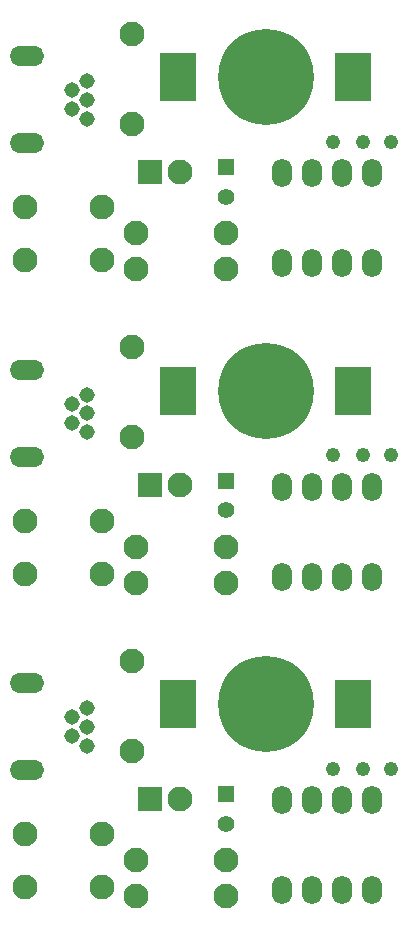
<source format=gts>
G04 #@! TF.FileFunction,Soldermask,Top*
%FSLAX46Y46*%
G04 Gerber Fmt 4.6, Leading zero omitted, Abs format (unit mm)*
G04 Created by KiCad (PCBNEW 4.0.5+dfsg1-4) date Tue Nov  6 22:35:12 2018*
%MOMM*%
%LPD*%
G01*
G04 APERTURE LIST*
%ADD10C,0.100000*%
%ADD11C,2.101600*%
%ADD12C,1.309600*%
%ADD13O,2.901600X1.701600*%
%ADD14C,2.100580*%
%ADD15R,2.101600X2.101600*%
%ADD16O,1.701600X2.401600*%
%ADD17C,1.244600*%
%ADD18R,1.401600X1.401600*%
%ADD19C,1.401600*%
%ADD20C,8.101600*%
%ADD21R,3.101600X4.101600*%
G04 APERTURE END LIST*
D10*
D11*
X154559000Y-76399000D03*
X154559000Y-80899000D03*
X148059000Y-76399000D03*
X148059000Y-80899000D03*
D12*
X153259000Y-67310000D03*
X153259000Y-68910000D03*
X152059000Y-66510000D03*
X152059000Y-68110000D03*
X153259000Y-65710000D03*
D13*
X148209000Y-70993000D03*
X148209000Y-63627000D03*
D14*
X165100000Y-78613000D03*
X157480000Y-78613000D03*
D15*
X158623000Y-73406000D03*
D11*
X161163000Y-73406000D03*
D16*
X169799000Y-81153000D03*
X172339000Y-81153000D03*
X174879000Y-81153000D03*
X177419000Y-81153000D03*
X177419000Y-73533000D03*
X174879000Y-73533000D03*
X172339000Y-73533000D03*
X169799000Y-73533000D03*
D17*
X179070000Y-70866000D03*
D18*
X165100000Y-73025000D03*
D19*
X165100000Y-75525000D03*
D14*
X165100000Y-81661000D03*
X157480000Y-81661000D03*
D17*
X176657000Y-70866000D03*
X174117000Y-70866000D03*
D20*
X168436000Y-65405000D03*
D21*
X161036000Y-65405000D03*
X175836000Y-65405000D03*
D14*
X157099000Y-69342000D03*
X157099000Y-61722000D03*
D20*
X168436000Y-91948000D03*
D21*
X161036000Y-91948000D03*
X175836000Y-91948000D03*
D18*
X165100000Y-99568000D03*
D19*
X165100000Y-102068000D03*
D17*
X174117000Y-97409000D03*
X176657000Y-97409000D03*
X179070000Y-97409000D03*
D16*
X169799000Y-107696000D03*
X172339000Y-107696000D03*
X174879000Y-107696000D03*
X177419000Y-107696000D03*
X177419000Y-100076000D03*
X174879000Y-100076000D03*
X172339000Y-100076000D03*
X169799000Y-100076000D03*
D14*
X165100000Y-108204000D03*
X157480000Y-108204000D03*
D11*
X154559000Y-102942000D03*
X154559000Y-107442000D03*
X148059000Y-102942000D03*
X148059000Y-107442000D03*
D14*
X157099000Y-95885000D03*
X157099000Y-88265000D03*
D12*
X153259000Y-93853000D03*
X153259000Y-95453000D03*
X152059000Y-93053000D03*
X152059000Y-94653000D03*
X153259000Y-92253000D03*
D13*
X148209000Y-97536000D03*
X148209000Y-90170000D03*
D15*
X158623000Y-99949000D03*
D11*
X161163000Y-99949000D03*
D14*
X165100000Y-105156000D03*
X157480000Y-105156000D03*
D15*
X158623000Y-126492000D03*
D11*
X161163000Y-126492000D03*
X154559000Y-129485000D03*
X154559000Y-133985000D03*
X148059000Y-129485000D03*
X148059000Y-133985000D03*
D20*
X168436000Y-118491000D03*
D21*
X161036000Y-118491000D03*
X175836000Y-118491000D03*
D18*
X165100000Y-126111000D03*
D19*
X165100000Y-128611000D03*
D17*
X176657000Y-123952000D03*
X174117000Y-123952000D03*
X179070000Y-123952000D03*
D12*
X153259000Y-120396000D03*
X153259000Y-121996000D03*
X152059000Y-119596000D03*
X152059000Y-121196000D03*
X153259000Y-118796000D03*
D13*
X148209000Y-124079000D03*
X148209000Y-116713000D03*
D14*
X157099000Y-122428000D03*
X157099000Y-114808000D03*
X165100000Y-131699000D03*
X157480000Y-131699000D03*
X165100000Y-134747000D03*
X157480000Y-134747000D03*
D16*
X169799000Y-134239000D03*
X172339000Y-134239000D03*
X174879000Y-134239000D03*
X177419000Y-134239000D03*
X177419000Y-126619000D03*
X174879000Y-126619000D03*
X172339000Y-126619000D03*
X169799000Y-126619000D03*
M02*

</source>
